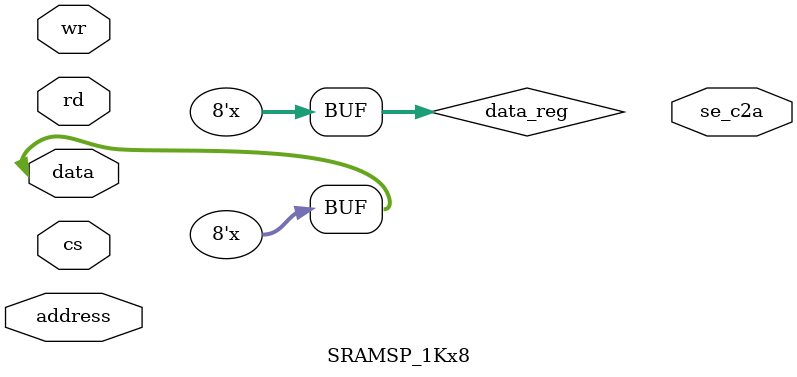
<source format=v>
`timescale 1ns/1ns
module SRAMSP_1Kx8 #(
	parameter width = 8,
	parameter addr = 10,
	parameter depth = (1 << addr)
)(
	inout wire [width-1:0] data,
	input wire [addr-1:0] address,
	input wire cs,
	input wire rd,
	input wire wr,
	
	output reg se_c2a
	//output reg se_w2c
	//output reg se_r2c
	//output reg se_w2d
	//output reg sk_a2c
	//output reg sk_c2w
	//output reg sk_c2r
	//output reg wid_data
	//output reg sk_w2d
	
);
	reg [width-1:0] mem[depth-1:0];
	assign data = (!cs && !rd)? mem[address] : 'bz;
	reg [width-1:0] data_reg;
	
	always @(negedge wr)
		if(!cs) mem[address] <= data;
		
	specify
		$setup( posedge cs, negedge address, 2, se_c2a);
		//$setup(posedge wr, posedge cs, 1, se_w2c);
		//$setup(posedge rd, posedge cs, 1, se_r2c);
		//$setup(posedge wr, negedge data, 1, se_w2d);
		//$skew(posedge address, negedge cs, 2, sk_a2c);
		//$skew(negedge cs, negedge wr, 1, sk_c2w);
		//$skew(negedge cs, negedge rd, 1, sk_c2r);
		//$width(posedge data1, 4, 0, wid_data);
		//$skew(negedge rd, posedge data, 5, sk_w2d);
	endspecify
	
	always @(se_c2a)
	data_reg = 8'bx;
	
	assign data = data_reg;	
	
endmodule

</source>
